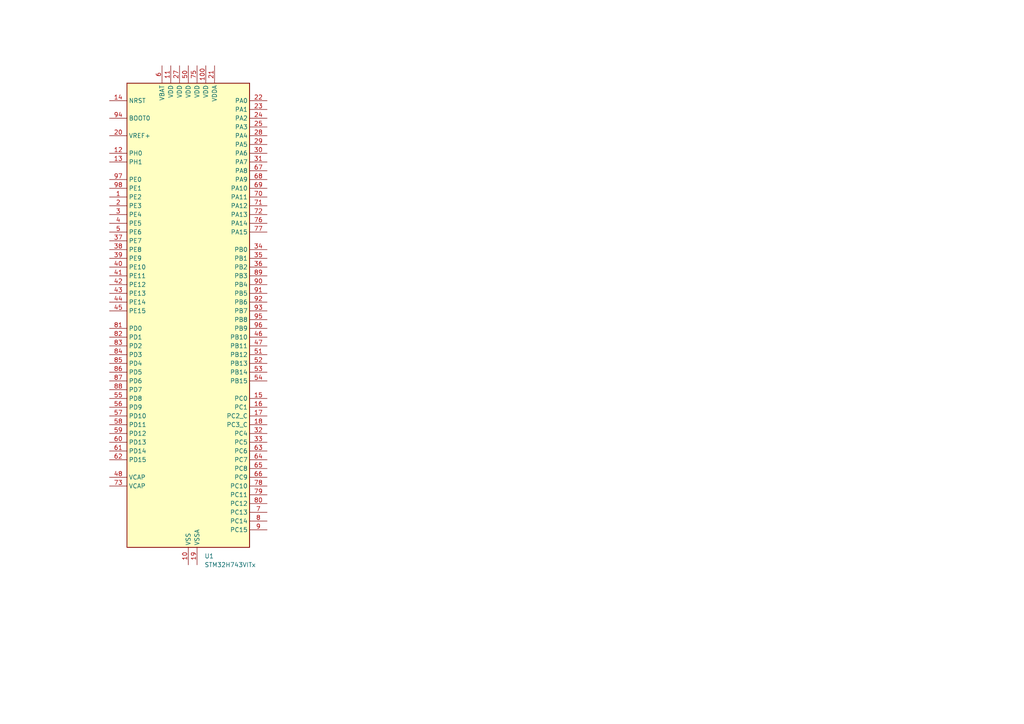
<source format=kicad_sch>
(kicad_sch (version 20250114) (generator "eeschema") (generator_version "9.0")
  (paper "A4")
  (lib_symbols
    (symbol "MCU_ST_STM32H7:STM32H743VITx"
      (property "Reference" "U" (at -17.78 69.85 0))
      (property "Value" "STM32H743VITx" (at 10.16 69.85 0))
      (symbol "STM32H743VITx_0_1"
        (rectangle (start -17.78 -66.04) (end 17.78 68.58) (stroke (width 0.254)) (fill (type background)))
      )
      (symbol "STM32H743VITx_1_1"
        (pin input line (at -22.86 63.5 0) (length 5.08) (name "NRST") (number "14"))
        (pin input line (at -22.86 58.42 0) (length 5.08) (name "BOOT0") (number "94"))
        (pin input line (at -22.86 53.34 0) (length 5.08) (name "VREF+") (number "20"))
        (pin bidirectional line (at -22.86 48.26 0) (length 5.08) (name "PH0") (number "12"))
        (pin bidirectional line (at -22.86 45.72 0) (length 5.08) (name "PH1") (number "13"))
        (pin bidirectional line (at -22.86 40.64 0) (length 5.08) (name "PE0") (number "97"))
        (pin bidirectional line (at -22.86 38.1 0) (length 5.08) (name "PE1") (number "98"))
        (pin bidirectional line (at -22.86 35.56 0) (length 5.08) (name "PE2") (number "1"))
        (pin bidirectional line (at -22.86 33.02 0) (length 5.08) (name "PE3") (number "2"))
        (pin bidirectional line (at -22.86 30.48 0) (length 5.08) (name "PE4") (number "3"))
        (pin bidirectional line (at -22.86 27.94 0) (length 5.08) (name "PE5") (number "4"))
        (pin bidirectional line (at -22.86 25.4 0) (length 5.08) (name "PE6") (number "5"))
        (pin bidirectional line (at -22.86 22.86 0) (length 5.08) (name "PE7") (number "37"))
        (pin bidirectional line (at -22.86 20.32 0) (length 5.08) (name "PE8") (number "38"))
        (pin bidirectional line (at -22.86 17.78 0) (length 5.08) (name "PE9") (number "39"))
        (pin bidirectional line (at -22.86 15.24 0) (length 5.08) (name "PE10") (number "40"))
        (pin bidirectional line (at -22.86 12.7 0) (length 5.08) (name "PE11") (number "41"))
        (pin bidirectional line (at -22.86 10.16 0) (length 5.08) (name "PE12") (number "42"))
        (pin bidirectional line (at -22.86 7.62 0) (length 5.08) (name "PE13") (number "43"))
        (pin bidirectional line (at -22.86 5.08 0) (length 5.08) (name "PE14") (number "44"))
        (pin bidirectional line (at -22.86 2.54 0) (length 5.08) (name "PE15") (number "45"))
        (pin bidirectional line (at -22.86 -2.54 0) (length 5.08) (name "PD0") (number "81"))
        (pin bidirectional line (at -22.86 -5.08 0) (length 5.08) (name "PD1") (number "82"))
        (pin bidirectional line (at -22.86 -7.62 0) (length 5.08) (name "PD2") (number "83"))
        (pin bidirectional line (at -22.86 -10.16 0) (length 5.08) (name "PD3") (number "84"))
        (pin bidirectional line (at -22.86 -12.7 0) (length 5.08) (name "PD4") (number "85"))
        (pin bidirectional line (at -22.86 -15.24 0) (length 5.08) (name "PD5") (number "86"))
        (pin bidirectional line (at -22.86 -17.78 0) (length 5.08) (name "PD6") (number "87"))
        (pin bidirectional line (at -22.86 -20.32 0) (length 5.08) (name "PD7") (number "88"))
        (pin bidirectional line (at -22.86 -22.86 0) (length 5.08) (name "PD8") (number "55"))
        (pin bidirectional line (at -22.86 -25.4 0) (length 5.08) (name "PD9") (number "56"))
        (pin bidirectional line (at -22.86 -27.94 0) (length 5.08) (name "PD10") (number "57"))
        (pin bidirectional line (at -22.86 -30.48 0) (length 5.08) (name "PD11") (number "58"))
        (pin bidirectional line (at -22.86 -33.02 0) (length 5.08) (name "PD12") (number "59"))
        (pin bidirectional line (at -22.86 -35.56 0) (length 5.08) (name "PD13") (number "60"))
        (pin bidirectional line (at -22.86 -38.1 0) (length 5.08) (name "PD14") (number "61"))
        (pin bidirectional line (at -22.86 -40.64 0) (length 5.08) (name "PD15") (number "62"))
        (pin power_out line (at -22.86 -45.72 0) (length 5.08) (name "VCAP") (number "48"))
        (pin power_out line (at -22.86 -48.26 0) (length 5.08) (name "VCAP") (number "73"))
        (pin power_in line (at -7.62 73.66 270) (length 5.08) (name "VBAT") (number "6"))
        (pin power_in line (at -5.08 73.66 270) (length 5.08) (name "VDD") (number "11"))
        (pin power_in line (at -2.54 73.66 270) (length 5.08) (name "VDD") (number "27"))
        (pin power_in line (at 0 73.66 270) (length 5.08) (name "VDD") (number "50"))
        (pin power_in line (at 0 -71.12 90) (length 5.08) (name "VSS") (number "10"))
        (pin passive line (at 0 -71.12 90) (length 5.08) (hide yes) (name "VSS") (number "26"))
        (pin passive line (at 0 -71.12 90) (length 5.08) (hide yes) (name "VSS") (number "49"))
        (pin passive line (at 0 -71.12 90) (length 5.08) (hide yes) (name "VSS") (number "74"))
        (pin passive line (at 0 -71.12 90) (length 5.08) (hide yes) (name "VSS") (number "99"))
        (pin power_in line (at 2.54 73.66 270) (length 5.08) (name "VDD") (number "75"))
        (pin power_in line (at 2.54 -71.12 90) (length 5.08) (name "VSSA") (number "19"))
        (pin power_in line (at 5.08 73.66 270) (length 5.08) (name "VDD") (number "100"))
        (pin power_in line (at 7.62 73.66 270) (length 5.08) (name "VDDA") (number "21"))
        (pin bidirectional line (at 22.86 63.5 180) (length 5.08) (name "PA0") (number "22"))
        (pin bidirectional line (at 22.86 60.96 180) (length 5.08) (name "PA1") (number "23"))
        (pin bidirectional line (at 22.86 58.42 180) (length 5.08) (name "PA2") (number "24"))
        (pin bidirectional line (at 22.86 55.88 180) (length 5.08) (name "PA3") (number "25"))
        (pin bidirectional line (at 22.86 53.34 180) (length 5.08) (name "PA4") (number "28"))
        (pin bidirectional line (at 22.86 50.8 180) (length 5.08) (name "PA5") (number "29"))
        (pin bidirectional line (at 22.86 48.26 180) (length 5.08) (name "PA6") (number "30"))
        (pin bidirectional line (at 22.86 45.72 180) (length 5.08) (name "PA7") (number "31"))
        (pin bidirectional line (at 22.86 43.18 180) (length 5.08) (name "PA8") (number "67"))
        (pin bidirectional line (at 22.86 40.64 180) (length 5.08) (name "PA9") (number "68"))
        (pin bidirectional line (at 22.86 38.1 180) (length 5.08) (name "PA10") (number "69"))
        (pin bidirectional line (at 22.86 35.56 180) (length 5.08) (name "PA11") (number "70"))
        (pin bidirectional line (at 22.86 33.02 180) (length 5.08) (name "PA12") (number "71"))
        (pin bidirectional line (at 22.86 30.48 180) (length 5.08) (name "PA13") (number "72"))
        (pin bidirectional line (at 22.86 27.94 180) (length 5.08) (name "PA14") (number "76"))
        (pin bidirectional line (at 22.86 25.4 180) (length 5.08) (name "PA15") (number "77"))
        (pin bidirectional line (at 22.86 20.32 180) (length 5.08) (name "PB0") (number "34"))
        (pin bidirectional line (at 22.86 17.78 180) (length 5.08) (name "PB1") (number "35"))
        (pin bidirectional line (at 22.86 15.24 180) (length 5.08) (name "PB2") (number "36"))
        (pin bidirectional line (at 22.86 12.7 180) (length 5.08) (name "PB3") (number "89"))
        (pin bidirectional line (at 22.86 10.16 180) (length 5.08) (name "PB4") (number "90"))
        (pin bidirectional line (at 22.86 7.62 180) (length 5.08) (name "PB5") (number "91"))
        (pin bidirectional line (at 22.86 5.08 180) (length 5.08) (name "PB6") (number "92"))
        (pin bidirectional line (at 22.86 2.54 180) (length 5.08) (name "PB7") (number "93"))
        (pin bidirectional line (at 22.86 0 180) (length 5.08) (name "PB8") (number "95"))
        (pin bidirectional line (at 22.86 -2.54 180) (length 5.08) (name "PB9") (number "96"))
        (pin bidirectional line (at 22.86 -5.08 180) (length 5.08) (name "PB10") (number "46"))
        (pin bidirectional line (at 22.86 -7.62 180) (length 5.08) (name "PB11") (number "47"))
        (pin bidirectional line (at 22.86 -10.16 180) (length 5.08) (name "PB12") (number "51"))
        (pin bidirectional line (at 22.86 -12.7 180) (length 5.08) (name "PB13") (number "52"))
        (pin bidirectional line (at 22.86 -15.24 180) (length 5.08) (name "PB14") (number "53"))
        (pin bidirectional line (at 22.86 -17.78 180) (length 5.08) (name "PB15") (number "54"))
        (pin bidirectional line (at 22.86 -22.86 180) (length 5.08) (name "PC0") (number "15"))
        (pin bidirectional line (at 22.86 -25.4 180) (length 5.08) (name "PC1") (number "16"))
        (pin bidirectional line (at 22.86 -27.94 180) (length 5.08) (name "PC2_C") (number "17"))
        (pin bidirectional line (at 22.86 -30.48 180) (length 5.08) (name "PC3_C") (number "18"))
        (pin bidirectional line (at 22.86 -33.02 180) (length 5.08) (name "PC4") (number "32"))
        (pin bidirectional line (at 22.86 -35.56 180) (length 5.08) (name "PC5") (number "33"))
        (pin bidirectional line (at 22.86 -38.1 180) (length 5.08) (name "PC6") (number "63"))
        (pin bidirectional line (at 22.86 -40.64 180) (length 5.08) (name "PC7") (number "64"))
        (pin bidirectional line (at 22.86 -43.18 180) (length 5.08) (name "PC8") (number "65"))
        (pin bidirectional line (at 22.86 -45.72 180) (length 5.08) (name "PC9") (number "66"))
        (pin bidirectional line (at 22.86 -48.26 180) (length 5.08) (name "PC10") (number "78"))
        (pin bidirectional line (at 22.86 -50.8 180) (length 5.08) (name "PC11") (number "79"))
        (pin bidirectional line (at 22.86 -53.34 180) (length 5.08) (name "PC12") (number "80"))
        (pin bidirectional line (at 22.86 -55.88 180) (length 5.08) (name "PC13") (number "7"))
        (pin bidirectional line (at 22.86 -58.42 180) (length 5.08) (name "PC14") (number "8"))
        (pin bidirectional line (at 22.86 -60.96 180) (length 5.08) (name "PC15") (number "9"))
      )
    )
  )
  (symbol (lib_id "MCU_ST_STM32H7:STM32H743VITx") (at 54.61 92.71 0) (unit 1)
    (property "Reference" "U1" (at 59.2933 161.29 0) (effects (justify left)))
    (property "Value" "STM32H743VITx" (at 59.2933 163.83 0) (effects (justify left)))
    (property "Footprint" "Package_QFP:LQFP-100_14x14mm_P0.5mm" (effects (hide yes)))
    (property "Datasheet" "https://www.st.com/resource/en/datasheet/stm32h743vi.pdf" (effects (hide yes)))
    (property "Description" "STMicroelectronics Arm Cortex-M7 MCU, 2048KB flash, 1024KB RAM, 480 MHz, 1.71-3.6V, 82 GPIO, LQFP100" (effects (hide yes)))
  )
)
</source>
